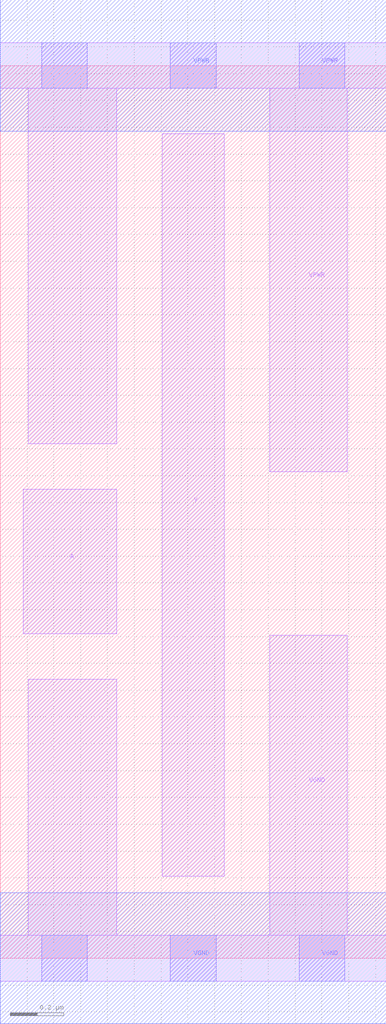
<source format=lef>
# Copyright 2020 The SkyWater PDK Authors
#
# Licensed under the Apache License, Version 2.0 (the "License");
# you may not use this file except in compliance with the License.
# You may obtain a copy of the License at
#
#     https://www.apache.org/licenses/LICENSE-2.0
#
# Unless required by applicable law or agreed to in writing, software
# distributed under the License is distributed on an "AS IS" BASIS,
# WITHOUT WARRANTIES OR CONDITIONS OF ANY KIND, either express or implied.
# See the License for the specific language governing permissions and
# limitations under the License.
#
# SPDX-License-Identifier: Apache-2.0

VERSION 5.7 ;
  NAMESCASESENSITIVE ON ;
  NOWIREEXTENSIONATPIN ON ;
  DIVIDERCHAR "/" ;
  BUSBITCHARS "[]" ;
UNITS
  DATABASE MICRONS 200 ;
END UNITS
MACRO sky130_fd_sc_lp__inv_2
  CLASS CORE ;
  SOURCE USER ;
  FOREIGN sky130_fd_sc_lp__inv_2 ;
  ORIGIN  0.000000  0.000000 ;
  SIZE  1.440000 BY  3.330000 ;
  SYMMETRY X Y R90 ;
  SITE unit ;
  PIN A
    ANTENNAGATEAREA  0.630000 ;
    DIRECTION INPUT ;
    USE SIGNAL ;
    PORT
      LAYER li1 ;
        RECT 0.085000 1.210000 0.435000 1.750000 ;
    END
  END A
  PIN Y
    ANTENNADIFFAREA  0.588000 ;
    DIRECTION OUTPUT ;
    USE SIGNAL ;
    PORT
      LAYER li1 ;
        RECT 0.605000 0.305000 0.835000 3.075000 ;
    END
  END Y
  PIN VGND
    DIRECTION INOUT ;
    USE GROUND ;
    PORT
      LAYER li1 ;
        RECT 0.000000 -0.085000 1.440000 0.085000 ;
        RECT 0.105000  0.085000 0.435000 1.040000 ;
        RECT 1.005000  0.085000 1.295000 1.205000 ;
      LAYER mcon ;
        RECT 0.155000 -0.085000 0.325000 0.085000 ;
        RECT 0.635000 -0.085000 0.805000 0.085000 ;
        RECT 1.115000 -0.085000 1.285000 0.085000 ;
      LAYER met1 ;
        RECT 0.000000 -0.245000 1.440000 0.245000 ;
    END
  END VGND
  PIN VPWR
    DIRECTION INOUT ;
    USE POWER ;
    PORT
      LAYER li1 ;
        RECT 0.000000 3.245000 1.440000 3.415000 ;
        RECT 0.105000 1.920000 0.435000 3.245000 ;
        RECT 1.005000 1.815000 1.295000 3.245000 ;
      LAYER mcon ;
        RECT 0.155000 3.245000 0.325000 3.415000 ;
        RECT 0.635000 3.245000 0.805000 3.415000 ;
        RECT 1.115000 3.245000 1.285000 3.415000 ;
      LAYER met1 ;
        RECT 0.000000 3.085000 1.440000 3.575000 ;
    END
  END VPWR
END sky130_fd_sc_lp__inv_2

</source>
